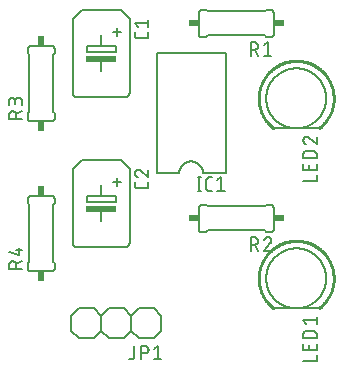
<source format=gbr>
G04 EAGLE Gerber X2 export*
%TF.Part,Single*%
%TF.FileFunction,Legend,Top,1*%
%TF.FilePolarity,Positive*%
%TF.GenerationSoftware,Autodesk,EAGLE,8.6.1*%
%TF.CreationDate,2018-02-10T19:35:33Z*%
G75*
%MOMM*%
%FSLAX34Y34*%
%LPD*%
%AMOC8*
5,1,8,0,0,1.08239X$1,22.5*%
G01*
%ADD10C,0.152400*%
%ADD11C,0.127000*%
%ADD12R,2.540000X0.508000*%
%ADD13C,0.203200*%
%ADD14C,0.254000*%
%ADD15R,0.863600X0.609600*%
%ADD16R,0.609600X0.863600*%


D10*
X468630Y576580D02*
X468630Y638810D01*
X464820Y572770D02*
X424180Y572770D01*
X420370Y576580D02*
X420370Y638810D01*
X461010Y646430D02*
X468630Y638810D01*
X461264Y627380D02*
X454914Y627380D01*
X458216Y624078D02*
X458216Y630682D01*
X444500Y624840D02*
X444500Y615950D01*
X432308Y615950D01*
X432308Y610870D01*
X456692Y610870D01*
X456692Y615950D01*
X444500Y615950D01*
X444500Y603250D02*
X444500Y594360D01*
X420370Y638810D02*
X427990Y646430D01*
X461010Y646430D01*
X468630Y576580D02*
X468628Y576458D01*
X468622Y576336D01*
X468612Y576214D01*
X468599Y576093D01*
X468581Y575972D01*
X468560Y575852D01*
X468534Y575732D01*
X468505Y575614D01*
X468473Y575496D01*
X468436Y575379D01*
X468396Y575264D01*
X468352Y575150D01*
X468304Y575038D01*
X468253Y574927D01*
X468198Y574818D01*
X468140Y574710D01*
X468078Y574605D01*
X468013Y574502D01*
X467945Y574400D01*
X467873Y574301D01*
X467799Y574205D01*
X467721Y574110D01*
X467640Y574019D01*
X467557Y573929D01*
X467471Y573843D01*
X467381Y573760D01*
X467290Y573679D01*
X467195Y573601D01*
X467099Y573527D01*
X467000Y573455D01*
X466898Y573387D01*
X466795Y573322D01*
X466690Y573260D01*
X466582Y573202D01*
X466473Y573147D01*
X466362Y573096D01*
X466250Y573048D01*
X466136Y573004D01*
X466021Y572964D01*
X465904Y572927D01*
X465786Y572895D01*
X465668Y572866D01*
X465548Y572840D01*
X465428Y572819D01*
X465307Y572801D01*
X465186Y572788D01*
X465064Y572778D01*
X464942Y572772D01*
X464820Y572770D01*
X424180Y572770D02*
X424058Y572772D01*
X423936Y572778D01*
X423814Y572788D01*
X423693Y572801D01*
X423572Y572819D01*
X423452Y572840D01*
X423332Y572866D01*
X423214Y572895D01*
X423096Y572927D01*
X422979Y572964D01*
X422864Y573004D01*
X422750Y573048D01*
X422638Y573096D01*
X422527Y573147D01*
X422418Y573202D01*
X422310Y573260D01*
X422205Y573322D01*
X422102Y573387D01*
X422000Y573455D01*
X421901Y573527D01*
X421805Y573601D01*
X421710Y573679D01*
X421619Y573760D01*
X421529Y573843D01*
X421443Y573929D01*
X421360Y574019D01*
X421279Y574110D01*
X421201Y574205D01*
X421127Y574301D01*
X421055Y574400D01*
X420987Y574502D01*
X420922Y574605D01*
X420860Y574710D01*
X420802Y574818D01*
X420747Y574927D01*
X420696Y575038D01*
X420648Y575150D01*
X420604Y575264D01*
X420564Y575379D01*
X420527Y575496D01*
X420495Y575614D01*
X420466Y575732D01*
X420440Y575852D01*
X420419Y575972D01*
X420401Y576093D01*
X420388Y576214D01*
X420378Y576336D01*
X420372Y576458D01*
X420370Y576580D01*
D11*
X484505Y624803D02*
X484505Y627343D01*
X484505Y624803D02*
X484503Y624703D01*
X484497Y624604D01*
X484487Y624504D01*
X484474Y624406D01*
X484456Y624307D01*
X484435Y624210D01*
X484410Y624114D01*
X484381Y624018D01*
X484348Y623924D01*
X484312Y623831D01*
X484272Y623740D01*
X484228Y623650D01*
X484181Y623562D01*
X484131Y623476D01*
X484077Y623392D01*
X484020Y623310D01*
X483960Y623231D01*
X483896Y623153D01*
X483830Y623079D01*
X483761Y623007D01*
X483689Y622938D01*
X483615Y622872D01*
X483537Y622808D01*
X483458Y622748D01*
X483376Y622691D01*
X483292Y622637D01*
X483206Y622587D01*
X483118Y622540D01*
X483028Y622496D01*
X482937Y622456D01*
X482844Y622420D01*
X482750Y622387D01*
X482654Y622358D01*
X482558Y622333D01*
X482461Y622312D01*
X482362Y622294D01*
X482264Y622281D01*
X482164Y622271D01*
X482065Y622265D01*
X481965Y622263D01*
X475615Y622263D01*
X475515Y622265D01*
X475416Y622271D01*
X475316Y622281D01*
X475218Y622294D01*
X475119Y622312D01*
X475022Y622333D01*
X474926Y622358D01*
X474830Y622387D01*
X474736Y622420D01*
X474643Y622456D01*
X474552Y622496D01*
X474462Y622540D01*
X474374Y622587D01*
X474288Y622637D01*
X474204Y622691D01*
X474122Y622748D01*
X474043Y622808D01*
X473965Y622872D01*
X473891Y622938D01*
X473819Y623007D01*
X473750Y623079D01*
X473684Y623153D01*
X473620Y623231D01*
X473560Y623310D01*
X473503Y623392D01*
X473449Y623476D01*
X473399Y623562D01*
X473352Y623650D01*
X473308Y623740D01*
X473268Y623831D01*
X473232Y623924D01*
X473199Y624018D01*
X473170Y624114D01*
X473145Y624210D01*
X473124Y624307D01*
X473106Y624406D01*
X473093Y624504D01*
X473083Y624604D01*
X473077Y624703D01*
X473075Y624803D01*
X473075Y627343D01*
X475615Y631825D02*
X473075Y635000D01*
X484505Y635000D01*
X484505Y631825D02*
X484505Y638175D01*
D12*
X444500Y604520D03*
D10*
X468630Y511810D02*
X468630Y449580D01*
X464820Y445770D02*
X424180Y445770D01*
X420370Y449580D02*
X420370Y511810D01*
X461010Y519430D02*
X468630Y511810D01*
X461264Y500380D02*
X454914Y500380D01*
X458216Y497078D02*
X458216Y503682D01*
X444500Y497840D02*
X444500Y488950D01*
X432308Y488950D01*
X432308Y483870D01*
X456692Y483870D01*
X456692Y488950D01*
X444500Y488950D01*
X444500Y476250D02*
X444500Y467360D01*
X420370Y511810D02*
X427990Y519430D01*
X461010Y519430D01*
X468630Y449580D02*
X468628Y449458D01*
X468622Y449336D01*
X468612Y449214D01*
X468599Y449093D01*
X468581Y448972D01*
X468560Y448852D01*
X468534Y448732D01*
X468505Y448614D01*
X468473Y448496D01*
X468436Y448379D01*
X468396Y448264D01*
X468352Y448150D01*
X468304Y448038D01*
X468253Y447927D01*
X468198Y447818D01*
X468140Y447710D01*
X468078Y447605D01*
X468013Y447502D01*
X467945Y447400D01*
X467873Y447301D01*
X467799Y447205D01*
X467721Y447110D01*
X467640Y447019D01*
X467557Y446929D01*
X467471Y446843D01*
X467381Y446760D01*
X467290Y446679D01*
X467195Y446601D01*
X467099Y446527D01*
X467000Y446455D01*
X466898Y446387D01*
X466795Y446322D01*
X466690Y446260D01*
X466582Y446202D01*
X466473Y446147D01*
X466362Y446096D01*
X466250Y446048D01*
X466136Y446004D01*
X466021Y445964D01*
X465904Y445927D01*
X465786Y445895D01*
X465668Y445866D01*
X465548Y445840D01*
X465428Y445819D01*
X465307Y445801D01*
X465186Y445788D01*
X465064Y445778D01*
X464942Y445772D01*
X464820Y445770D01*
X424180Y445770D02*
X424058Y445772D01*
X423936Y445778D01*
X423814Y445788D01*
X423693Y445801D01*
X423572Y445819D01*
X423452Y445840D01*
X423332Y445866D01*
X423214Y445895D01*
X423096Y445927D01*
X422979Y445964D01*
X422864Y446004D01*
X422750Y446048D01*
X422638Y446096D01*
X422527Y446147D01*
X422418Y446202D01*
X422310Y446260D01*
X422205Y446322D01*
X422102Y446387D01*
X422000Y446455D01*
X421901Y446527D01*
X421805Y446601D01*
X421710Y446679D01*
X421619Y446760D01*
X421529Y446843D01*
X421443Y446929D01*
X421360Y447019D01*
X421279Y447110D01*
X421201Y447205D01*
X421127Y447301D01*
X421055Y447400D01*
X420987Y447502D01*
X420922Y447605D01*
X420860Y447710D01*
X420802Y447818D01*
X420747Y447927D01*
X420696Y448038D01*
X420648Y448150D01*
X420604Y448264D01*
X420564Y448379D01*
X420527Y448496D01*
X420495Y448614D01*
X420466Y448732D01*
X420440Y448852D01*
X420419Y448972D01*
X420401Y449093D01*
X420388Y449214D01*
X420378Y449336D01*
X420372Y449458D01*
X420370Y449580D01*
D11*
X484505Y497803D02*
X484505Y500343D01*
X484505Y497803D02*
X484503Y497703D01*
X484497Y497604D01*
X484487Y497504D01*
X484474Y497406D01*
X484456Y497307D01*
X484435Y497210D01*
X484410Y497114D01*
X484381Y497018D01*
X484348Y496924D01*
X484312Y496831D01*
X484272Y496740D01*
X484228Y496650D01*
X484181Y496562D01*
X484131Y496476D01*
X484077Y496392D01*
X484020Y496310D01*
X483960Y496231D01*
X483896Y496153D01*
X483830Y496079D01*
X483761Y496007D01*
X483689Y495938D01*
X483615Y495872D01*
X483537Y495808D01*
X483458Y495748D01*
X483376Y495691D01*
X483292Y495637D01*
X483206Y495587D01*
X483118Y495540D01*
X483028Y495496D01*
X482937Y495456D01*
X482844Y495420D01*
X482750Y495387D01*
X482654Y495358D01*
X482558Y495333D01*
X482461Y495312D01*
X482362Y495294D01*
X482264Y495281D01*
X482164Y495271D01*
X482065Y495265D01*
X481965Y495263D01*
X475615Y495263D01*
X475515Y495265D01*
X475416Y495271D01*
X475316Y495281D01*
X475218Y495294D01*
X475119Y495312D01*
X475022Y495333D01*
X474926Y495358D01*
X474830Y495387D01*
X474736Y495420D01*
X474643Y495456D01*
X474552Y495496D01*
X474462Y495540D01*
X474374Y495587D01*
X474288Y495637D01*
X474204Y495691D01*
X474122Y495748D01*
X474043Y495808D01*
X473965Y495872D01*
X473891Y495938D01*
X473819Y496007D01*
X473750Y496079D01*
X473684Y496153D01*
X473620Y496231D01*
X473560Y496310D01*
X473503Y496392D01*
X473449Y496476D01*
X473399Y496562D01*
X473352Y496650D01*
X473308Y496740D01*
X473268Y496831D01*
X473232Y496924D01*
X473199Y497018D01*
X473170Y497114D01*
X473145Y497210D01*
X473124Y497307D01*
X473106Y497406D01*
X473093Y497504D01*
X473083Y497604D01*
X473077Y497703D01*
X473075Y497803D01*
X473075Y500343D01*
X473075Y508318D02*
X473077Y508422D01*
X473083Y508527D01*
X473092Y508631D01*
X473105Y508734D01*
X473123Y508837D01*
X473143Y508939D01*
X473168Y509041D01*
X473196Y509141D01*
X473228Y509241D01*
X473264Y509339D01*
X473303Y509436D01*
X473345Y509531D01*
X473391Y509625D01*
X473441Y509717D01*
X473493Y509807D01*
X473549Y509895D01*
X473609Y509981D01*
X473671Y510065D01*
X473736Y510146D01*
X473804Y510225D01*
X473876Y510302D01*
X473949Y510375D01*
X474026Y510447D01*
X474105Y510515D01*
X474186Y510580D01*
X474270Y510642D01*
X474356Y510702D01*
X474444Y510758D01*
X474534Y510810D01*
X474626Y510860D01*
X474720Y510906D01*
X474815Y510948D01*
X474912Y510987D01*
X475010Y511023D01*
X475110Y511055D01*
X475210Y511083D01*
X475312Y511108D01*
X475414Y511128D01*
X475517Y511146D01*
X475620Y511159D01*
X475724Y511168D01*
X475829Y511174D01*
X475933Y511176D01*
X473075Y508318D02*
X473077Y508200D01*
X473083Y508081D01*
X473092Y507963D01*
X473105Y507846D01*
X473123Y507729D01*
X473143Y507612D01*
X473168Y507496D01*
X473196Y507381D01*
X473229Y507268D01*
X473264Y507155D01*
X473304Y507043D01*
X473346Y506933D01*
X473393Y506824D01*
X473443Y506716D01*
X473496Y506611D01*
X473553Y506507D01*
X473613Y506405D01*
X473676Y506305D01*
X473743Y506207D01*
X473812Y506111D01*
X473885Y506018D01*
X473961Y505927D01*
X474039Y505838D01*
X474121Y505752D01*
X474205Y505669D01*
X474291Y505588D01*
X474381Y505511D01*
X474472Y505436D01*
X474566Y505364D01*
X474663Y505295D01*
X474761Y505230D01*
X474862Y505167D01*
X474965Y505108D01*
X475069Y505052D01*
X475175Y505000D01*
X475283Y504951D01*
X475392Y504906D01*
X475503Y504864D01*
X475615Y504826D01*
X478155Y510223D02*
X478080Y510299D01*
X478001Y510374D01*
X477920Y510445D01*
X477836Y510514D01*
X477750Y510579D01*
X477662Y510641D01*
X477572Y510701D01*
X477480Y510757D01*
X477385Y510810D01*
X477289Y510859D01*
X477191Y510905D01*
X477092Y510948D01*
X476991Y510987D01*
X476889Y511022D01*
X476786Y511054D01*
X476682Y511082D01*
X476577Y511107D01*
X476470Y511128D01*
X476364Y511145D01*
X476257Y511158D01*
X476149Y511167D01*
X476041Y511173D01*
X475933Y511175D01*
X478155Y510223D02*
X484505Y504825D01*
X484505Y511175D01*
D12*
X444500Y477520D03*
D10*
X491490Y508000D02*
X491490Y609600D01*
X549910Y609600D02*
X549910Y508000D01*
X549910Y609600D02*
X491490Y609600D01*
X491490Y508000D02*
X510540Y508000D01*
X530860Y508000D02*
X549910Y508000D01*
X530860Y508000D02*
X530857Y508247D01*
X530848Y508495D01*
X530833Y508742D01*
X530812Y508988D01*
X530785Y509234D01*
X530752Y509479D01*
X530713Y509724D01*
X530668Y509967D01*
X530617Y510209D01*
X530560Y510450D01*
X530498Y510689D01*
X530429Y510927D01*
X530355Y511163D01*
X530275Y511397D01*
X530190Y511629D01*
X530098Y511859D01*
X530002Y512087D01*
X529899Y512312D01*
X529792Y512535D01*
X529678Y512755D01*
X529560Y512972D01*
X529436Y513187D01*
X529307Y513398D01*
X529173Y513606D01*
X529034Y513811D01*
X528890Y514012D01*
X528742Y514210D01*
X528588Y514404D01*
X528430Y514594D01*
X528267Y514780D01*
X528100Y514962D01*
X527928Y515140D01*
X527752Y515314D01*
X527572Y515484D01*
X527387Y515649D01*
X527199Y515809D01*
X527007Y515965D01*
X526811Y516117D01*
X526612Y516263D01*
X526409Y516405D01*
X526202Y516541D01*
X525993Y516673D01*
X525780Y516799D01*
X525564Y516920D01*
X525346Y517036D01*
X525124Y517146D01*
X524900Y517251D01*
X524674Y517351D01*
X524445Y517445D01*
X524214Y517533D01*
X523980Y517616D01*
X523745Y517693D01*
X523508Y517764D01*
X523270Y517830D01*
X523030Y517889D01*
X522788Y517943D01*
X522545Y517991D01*
X522302Y518033D01*
X522057Y518069D01*
X521811Y518099D01*
X521565Y518123D01*
X521318Y518141D01*
X521071Y518153D01*
X520824Y518159D01*
X520576Y518159D01*
X520329Y518153D01*
X520082Y518141D01*
X519835Y518123D01*
X519589Y518099D01*
X519343Y518069D01*
X519098Y518033D01*
X518855Y517991D01*
X518612Y517943D01*
X518370Y517889D01*
X518130Y517830D01*
X517892Y517764D01*
X517655Y517693D01*
X517420Y517616D01*
X517186Y517533D01*
X516955Y517445D01*
X516726Y517351D01*
X516500Y517251D01*
X516276Y517146D01*
X516054Y517036D01*
X515836Y516920D01*
X515620Y516799D01*
X515407Y516673D01*
X515198Y516541D01*
X514991Y516405D01*
X514788Y516263D01*
X514589Y516117D01*
X514393Y515965D01*
X514201Y515809D01*
X514013Y515649D01*
X513828Y515484D01*
X513648Y515314D01*
X513472Y515140D01*
X513300Y514962D01*
X513133Y514780D01*
X512970Y514594D01*
X512812Y514404D01*
X512658Y514210D01*
X512510Y514012D01*
X512366Y513811D01*
X512227Y513606D01*
X512093Y513398D01*
X511964Y513187D01*
X511840Y512972D01*
X511722Y512755D01*
X511608Y512535D01*
X511501Y512312D01*
X511398Y512087D01*
X511302Y511859D01*
X511210Y511629D01*
X511125Y511397D01*
X511045Y511163D01*
X510971Y510927D01*
X510902Y510689D01*
X510840Y510450D01*
X510783Y510209D01*
X510732Y509967D01*
X510687Y509724D01*
X510648Y509479D01*
X510615Y509234D01*
X510588Y508988D01*
X510567Y508742D01*
X510552Y508495D01*
X510543Y508247D01*
X510540Y508000D01*
D11*
X527431Y504825D02*
X527431Y493395D01*
X526161Y493395D02*
X528701Y493395D01*
X528701Y504825D02*
X526161Y504825D01*
X535903Y493395D02*
X538443Y493395D01*
X535903Y493395D02*
X535803Y493397D01*
X535704Y493403D01*
X535604Y493413D01*
X535506Y493426D01*
X535407Y493444D01*
X535310Y493465D01*
X535214Y493490D01*
X535118Y493519D01*
X535024Y493552D01*
X534931Y493588D01*
X534840Y493628D01*
X534750Y493672D01*
X534662Y493719D01*
X534576Y493769D01*
X534492Y493823D01*
X534410Y493880D01*
X534331Y493940D01*
X534253Y494004D01*
X534179Y494070D01*
X534107Y494139D01*
X534038Y494211D01*
X533972Y494285D01*
X533908Y494363D01*
X533848Y494442D01*
X533791Y494524D01*
X533737Y494608D01*
X533687Y494694D01*
X533640Y494782D01*
X533596Y494872D01*
X533556Y494963D01*
X533520Y495056D01*
X533487Y495150D01*
X533458Y495246D01*
X533433Y495342D01*
X533412Y495439D01*
X533394Y495538D01*
X533381Y495636D01*
X533371Y495736D01*
X533365Y495835D01*
X533363Y495935D01*
X533363Y502285D01*
X533365Y502385D01*
X533371Y502484D01*
X533381Y502584D01*
X533394Y502682D01*
X533412Y502781D01*
X533433Y502878D01*
X533458Y502974D01*
X533487Y503070D01*
X533520Y503164D01*
X533556Y503257D01*
X533596Y503348D01*
X533640Y503438D01*
X533687Y503526D01*
X533737Y503612D01*
X533791Y503696D01*
X533848Y503778D01*
X533908Y503857D01*
X533972Y503935D01*
X534038Y504009D01*
X534107Y504081D01*
X534179Y504150D01*
X534253Y504216D01*
X534331Y504280D01*
X534410Y504340D01*
X534492Y504397D01*
X534576Y504451D01*
X534662Y504501D01*
X534750Y504548D01*
X534840Y504592D01*
X534931Y504632D01*
X535024Y504668D01*
X535118Y504701D01*
X535214Y504730D01*
X535310Y504755D01*
X535407Y504776D01*
X535506Y504794D01*
X535604Y504807D01*
X535704Y504817D01*
X535803Y504823D01*
X535903Y504825D01*
X538443Y504825D01*
X542925Y502285D02*
X546100Y504825D01*
X546100Y493395D01*
X542925Y493395D02*
X549275Y493395D01*
D10*
X488950Y368300D02*
X476250Y368300D01*
X469900Y374650D01*
X469900Y387350D01*
X476250Y393700D01*
X469900Y374650D02*
X463550Y368300D01*
X450850Y368300D01*
X444500Y374650D01*
X444500Y387350D01*
X450850Y393700D01*
X463550Y393700D01*
X469900Y387350D01*
X495300Y387350D02*
X495300Y374650D01*
X488950Y368300D01*
X495300Y387350D02*
X488950Y393700D01*
X476250Y393700D01*
X444500Y374650D02*
X438150Y368300D01*
X425450Y368300D01*
X419100Y374650D01*
X419100Y387350D01*
X425450Y393700D01*
X438150Y393700D01*
X444500Y387350D01*
D11*
X472238Y362077D02*
X472238Y353187D01*
X472236Y353087D01*
X472230Y352988D01*
X472220Y352888D01*
X472207Y352790D01*
X472189Y352691D01*
X472168Y352594D01*
X472143Y352498D01*
X472114Y352402D01*
X472081Y352308D01*
X472045Y352215D01*
X472005Y352124D01*
X471961Y352034D01*
X471914Y351946D01*
X471864Y351860D01*
X471810Y351776D01*
X471753Y351694D01*
X471693Y351615D01*
X471629Y351537D01*
X471563Y351463D01*
X471494Y351391D01*
X471422Y351322D01*
X471348Y351256D01*
X471270Y351192D01*
X471191Y351132D01*
X471109Y351075D01*
X471025Y351021D01*
X470939Y350971D01*
X470851Y350924D01*
X470761Y350880D01*
X470670Y350840D01*
X470577Y350804D01*
X470483Y350771D01*
X470387Y350742D01*
X470291Y350717D01*
X470194Y350696D01*
X470095Y350678D01*
X469997Y350665D01*
X469897Y350655D01*
X469798Y350649D01*
X469698Y350647D01*
X468428Y350647D01*
X478219Y350647D02*
X478219Y362077D01*
X481394Y362077D01*
X481505Y362075D01*
X481615Y362069D01*
X481726Y362060D01*
X481836Y362046D01*
X481945Y362029D01*
X482054Y362008D01*
X482162Y361983D01*
X482269Y361954D01*
X482375Y361922D01*
X482480Y361886D01*
X482583Y361846D01*
X482685Y361803D01*
X482786Y361756D01*
X482885Y361705D01*
X482982Y361652D01*
X483076Y361595D01*
X483169Y361534D01*
X483260Y361471D01*
X483349Y361404D01*
X483435Y361334D01*
X483518Y361261D01*
X483600Y361186D01*
X483678Y361108D01*
X483753Y361026D01*
X483826Y360943D01*
X483896Y360857D01*
X483963Y360768D01*
X484026Y360677D01*
X484087Y360584D01*
X484144Y360489D01*
X484197Y360393D01*
X484248Y360294D01*
X484295Y360193D01*
X484338Y360091D01*
X484378Y359988D01*
X484414Y359883D01*
X484446Y359777D01*
X484475Y359670D01*
X484500Y359562D01*
X484521Y359453D01*
X484538Y359344D01*
X484552Y359234D01*
X484561Y359123D01*
X484567Y359013D01*
X484569Y358902D01*
X484567Y358791D01*
X484561Y358681D01*
X484552Y358570D01*
X484538Y358460D01*
X484521Y358351D01*
X484500Y358242D01*
X484475Y358134D01*
X484446Y358027D01*
X484414Y357921D01*
X484378Y357816D01*
X484338Y357713D01*
X484295Y357611D01*
X484248Y357510D01*
X484197Y357411D01*
X484144Y357314D01*
X484087Y357220D01*
X484026Y357127D01*
X483963Y357036D01*
X483896Y356947D01*
X483826Y356861D01*
X483753Y356778D01*
X483678Y356696D01*
X483600Y356618D01*
X483518Y356543D01*
X483435Y356470D01*
X483349Y356400D01*
X483260Y356333D01*
X483169Y356270D01*
X483076Y356209D01*
X482982Y356152D01*
X482885Y356099D01*
X482786Y356048D01*
X482685Y356001D01*
X482583Y355958D01*
X482480Y355918D01*
X482375Y355882D01*
X482269Y355850D01*
X482162Y355821D01*
X482054Y355796D01*
X481945Y355775D01*
X481836Y355758D01*
X481726Y355744D01*
X481615Y355735D01*
X481505Y355729D01*
X481394Y355727D01*
X478219Y355727D01*
X489077Y359537D02*
X492252Y362077D01*
X492252Y350647D01*
X489077Y350647D02*
X495427Y350647D01*
D13*
X590550Y393700D02*
X628650Y393700D01*
D14*
X629266Y394174D01*
X629871Y394663D01*
X630463Y395167D01*
X631043Y395685D01*
X631610Y396217D01*
X632164Y396763D01*
X632704Y397322D01*
X633230Y397895D01*
X633743Y398480D01*
X634240Y399077D01*
X634723Y399686D01*
X635191Y400307D01*
X635644Y400940D01*
X636081Y401583D01*
X636502Y402237D01*
X636906Y402901D01*
X637295Y403574D01*
X637667Y404257D01*
X638022Y404949D01*
X638360Y405649D01*
X638681Y406357D01*
X638984Y407073D01*
X639270Y407797D01*
X639538Y408526D01*
X639788Y409263D01*
X640019Y410005D01*
X640233Y410753D01*
X640428Y411505D01*
X640605Y412263D01*
X640763Y413024D01*
X640903Y413789D01*
X641023Y414557D01*
X641125Y415328D01*
X641208Y416101D01*
X641272Y416876D01*
X641317Y417652D01*
X641343Y418429D01*
X641350Y419207D01*
X641338Y419984D01*
X641307Y420761D01*
X641256Y421537D01*
X641187Y422312D01*
X641099Y423084D01*
X640992Y423854D01*
X640866Y424622D01*
X640722Y425386D01*
X640558Y426146D01*
X640376Y426902D01*
X640176Y427653D01*
X639958Y428400D01*
X639721Y429140D01*
X639466Y429875D01*
X639193Y430603D01*
X638902Y431324D01*
X638594Y432038D01*
X638269Y432744D01*
X637926Y433442D01*
X637566Y434132D01*
X637190Y434812D01*
X636797Y435483D01*
X636387Y436144D01*
X635962Y436795D01*
X635521Y437435D01*
X635064Y438064D01*
X634592Y438682D01*
X634105Y439288D01*
X633603Y439882D01*
X633087Y440464D01*
X632557Y441033D01*
X632013Y441588D01*
X631455Y442131D01*
X630885Y442659D01*
X630302Y443173D01*
X629706Y443673D01*
X629098Y444158D01*
X628479Y444628D01*
X627848Y445082D01*
X627206Y445521D01*
X626554Y445945D01*
X625891Y446352D01*
X625219Y446743D01*
X624537Y447117D01*
X623847Y447474D01*
X623148Y447814D01*
X622440Y448138D01*
X621726Y448443D01*
X621003Y448732D01*
X620274Y449002D01*
X619539Y449254D01*
X618797Y449489D01*
X618050Y449705D01*
X617298Y449903D01*
X616542Y450082D01*
X615781Y450243D01*
X615017Y450385D01*
X614249Y450508D01*
X613478Y450612D01*
X612705Y450698D01*
X611931Y450764D01*
X611155Y450812D01*
X610378Y450840D01*
X609600Y450850D01*
X608822Y450840D01*
X608045Y450812D01*
X607269Y450764D01*
X606495Y450698D01*
X605722Y450612D01*
X604951Y450508D01*
X604183Y450385D01*
X603419Y450243D01*
X602658Y450082D01*
X601902Y449903D01*
X601150Y449705D01*
X600403Y449489D01*
X599661Y449254D01*
X598926Y449002D01*
X598197Y448732D01*
X597474Y448443D01*
X596760Y448138D01*
X596052Y447814D01*
X595353Y447474D01*
X594663Y447117D01*
X593981Y446743D01*
X593309Y446352D01*
X592646Y445945D01*
X591994Y445521D01*
X591352Y445082D01*
X590721Y444628D01*
X590102Y444158D01*
X589494Y443673D01*
X588898Y443173D01*
X588315Y442659D01*
X587745Y442131D01*
X587187Y441588D01*
X586643Y441033D01*
X586113Y440464D01*
X585597Y439882D01*
X585095Y439288D01*
X584608Y438682D01*
X584136Y438064D01*
X583679Y437435D01*
X583238Y436795D01*
X582813Y436144D01*
X582403Y435483D01*
X582010Y434812D01*
X581634Y434132D01*
X581274Y433442D01*
X580931Y432744D01*
X580606Y432038D01*
X580298Y431324D01*
X580007Y430603D01*
X579734Y429875D01*
X579479Y429140D01*
X579242Y428400D01*
X579024Y427653D01*
X578824Y426902D01*
X578642Y426146D01*
X578478Y425386D01*
X578334Y424622D01*
X578208Y423854D01*
X578101Y423084D01*
X578013Y422312D01*
X577944Y421537D01*
X577893Y420761D01*
X577862Y419984D01*
X577850Y419207D01*
X577857Y418429D01*
X577883Y417652D01*
X577928Y416876D01*
X577992Y416101D01*
X578075Y415328D01*
X578177Y414557D01*
X578297Y413789D01*
X578437Y413024D01*
X578595Y412263D01*
X578772Y411505D01*
X578967Y410753D01*
X579181Y410005D01*
X579412Y409263D01*
X579662Y408526D01*
X579930Y407797D01*
X580216Y407073D01*
X580519Y406357D01*
X580840Y405649D01*
X581178Y404949D01*
X581533Y404257D01*
X581905Y403574D01*
X582294Y402901D01*
X582698Y402237D01*
X583119Y401583D01*
X583556Y400940D01*
X584009Y400307D01*
X584477Y399686D01*
X584960Y399077D01*
X585457Y398480D01*
X585970Y397895D01*
X586496Y397322D01*
X587036Y396763D01*
X587590Y396217D01*
X588157Y395685D01*
X588737Y395167D01*
X589329Y394663D01*
X589934Y394174D01*
X590550Y393700D01*
D10*
X584200Y419100D02*
X584208Y419723D01*
X584231Y420346D01*
X584269Y420969D01*
X584322Y421590D01*
X584391Y422209D01*
X584475Y422827D01*
X584574Y423442D01*
X584688Y424055D01*
X584817Y424665D01*
X584961Y425272D01*
X585120Y425875D01*
X585294Y426473D01*
X585482Y427068D01*
X585685Y427657D01*
X585902Y428241D01*
X586133Y428820D01*
X586379Y429393D01*
X586639Y429960D01*
X586912Y430520D01*
X587199Y431073D01*
X587500Y431620D01*
X587814Y432158D01*
X588141Y432689D01*
X588481Y433211D01*
X588833Y433726D01*
X589199Y434231D01*
X589576Y434727D01*
X589966Y435214D01*
X590367Y435691D01*
X590780Y436158D01*
X591204Y436614D01*
X591639Y437061D01*
X592086Y437496D01*
X592542Y437920D01*
X593009Y438333D01*
X593486Y438734D01*
X593973Y439124D01*
X594469Y439501D01*
X594974Y439867D01*
X595489Y440219D01*
X596011Y440559D01*
X596542Y440886D01*
X597080Y441200D01*
X597627Y441501D01*
X598180Y441788D01*
X598740Y442061D01*
X599307Y442321D01*
X599880Y442567D01*
X600459Y442798D01*
X601043Y443015D01*
X601632Y443218D01*
X602227Y443406D01*
X602825Y443580D01*
X603428Y443739D01*
X604035Y443883D01*
X604645Y444012D01*
X605258Y444126D01*
X605873Y444225D01*
X606491Y444309D01*
X607110Y444378D01*
X607731Y444431D01*
X608354Y444469D01*
X608977Y444492D01*
X609600Y444500D01*
X610223Y444492D01*
X610846Y444469D01*
X611469Y444431D01*
X612090Y444378D01*
X612709Y444309D01*
X613327Y444225D01*
X613942Y444126D01*
X614555Y444012D01*
X615165Y443883D01*
X615772Y443739D01*
X616375Y443580D01*
X616973Y443406D01*
X617568Y443218D01*
X618157Y443015D01*
X618741Y442798D01*
X619320Y442567D01*
X619893Y442321D01*
X620460Y442061D01*
X621020Y441788D01*
X621573Y441501D01*
X622120Y441200D01*
X622658Y440886D01*
X623189Y440559D01*
X623711Y440219D01*
X624226Y439867D01*
X624731Y439501D01*
X625227Y439124D01*
X625714Y438734D01*
X626191Y438333D01*
X626658Y437920D01*
X627114Y437496D01*
X627561Y437061D01*
X627996Y436614D01*
X628420Y436158D01*
X628833Y435691D01*
X629234Y435214D01*
X629624Y434727D01*
X630001Y434231D01*
X630367Y433726D01*
X630719Y433211D01*
X631059Y432689D01*
X631386Y432158D01*
X631700Y431620D01*
X632001Y431073D01*
X632288Y430520D01*
X632561Y429960D01*
X632821Y429393D01*
X633067Y428820D01*
X633298Y428241D01*
X633515Y427657D01*
X633718Y427068D01*
X633906Y426473D01*
X634080Y425875D01*
X634239Y425272D01*
X634383Y424665D01*
X634512Y424055D01*
X634626Y423442D01*
X634725Y422827D01*
X634809Y422209D01*
X634878Y421590D01*
X634931Y420969D01*
X634969Y420346D01*
X634992Y419723D01*
X635000Y419100D01*
X634992Y418477D01*
X634969Y417854D01*
X634931Y417231D01*
X634878Y416610D01*
X634809Y415991D01*
X634725Y415373D01*
X634626Y414758D01*
X634512Y414145D01*
X634383Y413535D01*
X634239Y412928D01*
X634080Y412325D01*
X633906Y411727D01*
X633718Y411132D01*
X633515Y410543D01*
X633298Y409959D01*
X633067Y409380D01*
X632821Y408807D01*
X632561Y408240D01*
X632288Y407680D01*
X632001Y407127D01*
X631700Y406580D01*
X631386Y406042D01*
X631059Y405511D01*
X630719Y404989D01*
X630367Y404474D01*
X630001Y403969D01*
X629624Y403473D01*
X629234Y402986D01*
X628833Y402509D01*
X628420Y402042D01*
X627996Y401586D01*
X627561Y401139D01*
X627114Y400704D01*
X626658Y400280D01*
X626191Y399867D01*
X625714Y399466D01*
X625227Y399076D01*
X624731Y398699D01*
X624226Y398333D01*
X623711Y397981D01*
X623189Y397641D01*
X622658Y397314D01*
X622120Y397000D01*
X621573Y396699D01*
X621020Y396412D01*
X620460Y396139D01*
X619893Y395879D01*
X619320Y395633D01*
X618741Y395402D01*
X618157Y395185D01*
X617568Y394982D01*
X616973Y394794D01*
X616375Y394620D01*
X615772Y394461D01*
X615165Y394317D01*
X614555Y394188D01*
X613942Y394074D01*
X613327Y393975D01*
X612709Y393891D01*
X612090Y393822D01*
X611469Y393769D01*
X610846Y393731D01*
X610223Y393708D01*
X609600Y393700D01*
X608977Y393708D01*
X608354Y393731D01*
X607731Y393769D01*
X607110Y393822D01*
X606491Y393891D01*
X605873Y393975D01*
X605258Y394074D01*
X604645Y394188D01*
X604035Y394317D01*
X603428Y394461D01*
X602825Y394620D01*
X602227Y394794D01*
X601632Y394982D01*
X601043Y395185D01*
X600459Y395402D01*
X599880Y395633D01*
X599307Y395879D01*
X598740Y396139D01*
X598180Y396412D01*
X597627Y396699D01*
X597080Y397000D01*
X596542Y397314D01*
X596011Y397641D01*
X595489Y397981D01*
X594974Y398333D01*
X594469Y398699D01*
X593973Y399076D01*
X593486Y399466D01*
X593009Y399867D01*
X592542Y400280D01*
X592086Y400704D01*
X591639Y401139D01*
X591204Y401586D01*
X590780Y402042D01*
X590367Y402509D01*
X589966Y402986D01*
X589576Y403473D01*
X589199Y403969D01*
X588833Y404474D01*
X588481Y404989D01*
X588141Y405511D01*
X587814Y406042D01*
X587500Y406580D01*
X587199Y407127D01*
X586912Y407680D01*
X586639Y408240D01*
X586379Y408807D01*
X586133Y409380D01*
X585902Y409959D01*
X585685Y410543D01*
X585482Y411132D01*
X585294Y411727D01*
X585120Y412325D01*
X584961Y412928D01*
X584817Y413535D01*
X584688Y414145D01*
X584574Y414758D01*
X584475Y415373D01*
X584391Y415991D01*
X584322Y416610D01*
X584269Y417231D01*
X584231Y417854D01*
X584208Y418477D01*
X584200Y419100D01*
D11*
X615569Y348767D02*
X626999Y348767D01*
X626999Y353847D01*
X626999Y358673D02*
X626999Y363753D01*
X626999Y358673D02*
X615569Y358673D01*
X615569Y363753D01*
X620649Y362483D02*
X620649Y358673D01*
X615569Y368554D02*
X626999Y368554D01*
X615569Y368554D02*
X615569Y371729D01*
X615571Y371840D01*
X615577Y371950D01*
X615586Y372061D01*
X615600Y372171D01*
X615617Y372280D01*
X615638Y372389D01*
X615663Y372497D01*
X615692Y372604D01*
X615724Y372710D01*
X615760Y372815D01*
X615800Y372918D01*
X615843Y373020D01*
X615890Y373121D01*
X615941Y373220D01*
X615994Y373317D01*
X616051Y373411D01*
X616112Y373504D01*
X616175Y373595D01*
X616242Y373684D01*
X616312Y373770D01*
X616385Y373853D01*
X616460Y373935D01*
X616538Y374013D01*
X616620Y374088D01*
X616703Y374161D01*
X616789Y374231D01*
X616878Y374298D01*
X616969Y374361D01*
X617062Y374422D01*
X617157Y374479D01*
X617253Y374532D01*
X617352Y374583D01*
X617453Y374630D01*
X617555Y374673D01*
X617658Y374713D01*
X617763Y374749D01*
X617869Y374781D01*
X617976Y374810D01*
X618084Y374835D01*
X618193Y374856D01*
X618302Y374873D01*
X618412Y374887D01*
X618523Y374896D01*
X618633Y374902D01*
X618744Y374904D01*
X623824Y374904D01*
X623935Y374902D01*
X624045Y374896D01*
X624156Y374887D01*
X624266Y374873D01*
X624375Y374856D01*
X624484Y374835D01*
X624592Y374810D01*
X624699Y374781D01*
X624805Y374749D01*
X624910Y374713D01*
X625013Y374673D01*
X625115Y374630D01*
X625216Y374583D01*
X625315Y374532D01*
X625412Y374479D01*
X625506Y374422D01*
X625599Y374361D01*
X625690Y374298D01*
X625779Y374231D01*
X625865Y374161D01*
X625948Y374088D01*
X626030Y374013D01*
X626108Y373935D01*
X626183Y373853D01*
X626256Y373770D01*
X626326Y373684D01*
X626393Y373595D01*
X626456Y373504D01*
X626517Y373411D01*
X626574Y373317D01*
X626627Y373220D01*
X626678Y373121D01*
X626725Y373020D01*
X626768Y372918D01*
X626808Y372815D01*
X626844Y372710D01*
X626876Y372604D01*
X626905Y372497D01*
X626930Y372389D01*
X626951Y372280D01*
X626968Y372171D01*
X626982Y372061D01*
X626991Y371950D01*
X626997Y371840D01*
X626999Y371729D01*
X626999Y368554D01*
X618109Y380365D02*
X615569Y383540D01*
X626999Y383540D01*
X626999Y380365D02*
X626999Y386715D01*
D13*
X628650Y546100D02*
X590550Y546100D01*
D14*
X589934Y546574D01*
X589329Y547063D01*
X588737Y547567D01*
X588157Y548085D01*
X587590Y548617D01*
X587036Y549163D01*
X586496Y549722D01*
X585970Y550295D01*
X585457Y550880D01*
X584960Y551477D01*
X584477Y552086D01*
X584009Y552707D01*
X583556Y553340D01*
X583119Y553983D01*
X582698Y554637D01*
X582294Y555301D01*
X581905Y555974D01*
X581533Y556657D01*
X581178Y557349D01*
X580840Y558049D01*
X580519Y558757D01*
X580216Y559473D01*
X579930Y560197D01*
X579662Y560926D01*
X579412Y561663D01*
X579181Y562405D01*
X578967Y563153D01*
X578772Y563905D01*
X578595Y564663D01*
X578437Y565424D01*
X578297Y566189D01*
X578177Y566957D01*
X578075Y567728D01*
X577992Y568501D01*
X577928Y569276D01*
X577883Y570052D01*
X577857Y570829D01*
X577850Y571607D01*
X577862Y572384D01*
X577893Y573161D01*
X577944Y573937D01*
X578013Y574712D01*
X578101Y575484D01*
X578208Y576254D01*
X578334Y577022D01*
X578478Y577786D01*
X578642Y578546D01*
X578824Y579302D01*
X579024Y580053D01*
X579242Y580800D01*
X579479Y581540D01*
X579734Y582275D01*
X580007Y583003D01*
X580298Y583724D01*
X580606Y584438D01*
X580931Y585144D01*
X581274Y585842D01*
X581634Y586532D01*
X582010Y587212D01*
X582403Y587883D01*
X582813Y588544D01*
X583238Y589195D01*
X583679Y589835D01*
X584136Y590464D01*
X584608Y591082D01*
X585095Y591688D01*
X585597Y592282D01*
X586113Y592864D01*
X586643Y593433D01*
X587187Y593988D01*
X587745Y594531D01*
X588315Y595059D01*
X588898Y595573D01*
X589494Y596073D01*
X590102Y596558D01*
X590721Y597028D01*
X591352Y597482D01*
X591994Y597921D01*
X592646Y598345D01*
X593309Y598752D01*
X593981Y599143D01*
X594663Y599517D01*
X595353Y599874D01*
X596052Y600214D01*
X596760Y600538D01*
X597474Y600843D01*
X598197Y601132D01*
X598926Y601402D01*
X599661Y601654D01*
X600403Y601889D01*
X601150Y602105D01*
X601902Y602303D01*
X602658Y602482D01*
X603419Y602643D01*
X604183Y602785D01*
X604951Y602908D01*
X605722Y603012D01*
X606495Y603098D01*
X607269Y603164D01*
X608045Y603212D01*
X608822Y603240D01*
X609600Y603250D01*
X610378Y603240D01*
X611155Y603212D01*
X611931Y603164D01*
X612705Y603098D01*
X613478Y603012D01*
X614249Y602908D01*
X615017Y602785D01*
X615781Y602643D01*
X616542Y602482D01*
X617298Y602303D01*
X618050Y602105D01*
X618797Y601889D01*
X619539Y601654D01*
X620274Y601402D01*
X621003Y601132D01*
X621726Y600843D01*
X622440Y600538D01*
X623148Y600214D01*
X623847Y599874D01*
X624537Y599517D01*
X625219Y599143D01*
X625891Y598752D01*
X626554Y598345D01*
X627206Y597921D01*
X627848Y597482D01*
X628479Y597028D01*
X629098Y596558D01*
X629706Y596073D01*
X630302Y595573D01*
X630885Y595059D01*
X631455Y594531D01*
X632013Y593988D01*
X632557Y593433D01*
X633087Y592864D01*
X633603Y592282D01*
X634105Y591688D01*
X634592Y591082D01*
X635064Y590464D01*
X635521Y589835D01*
X635962Y589195D01*
X636387Y588544D01*
X636797Y587883D01*
X637190Y587212D01*
X637566Y586532D01*
X637926Y585842D01*
X638269Y585144D01*
X638594Y584438D01*
X638902Y583724D01*
X639193Y583003D01*
X639466Y582275D01*
X639721Y581540D01*
X639958Y580800D01*
X640176Y580053D01*
X640376Y579302D01*
X640558Y578546D01*
X640722Y577786D01*
X640866Y577022D01*
X640992Y576254D01*
X641099Y575484D01*
X641187Y574712D01*
X641256Y573937D01*
X641307Y573161D01*
X641338Y572384D01*
X641350Y571607D01*
X641343Y570829D01*
X641317Y570052D01*
X641272Y569276D01*
X641208Y568501D01*
X641125Y567728D01*
X641023Y566957D01*
X640903Y566189D01*
X640763Y565424D01*
X640605Y564663D01*
X640428Y563905D01*
X640233Y563153D01*
X640019Y562405D01*
X639788Y561663D01*
X639538Y560926D01*
X639270Y560197D01*
X638984Y559473D01*
X638681Y558757D01*
X638360Y558049D01*
X638022Y557349D01*
X637667Y556657D01*
X637295Y555974D01*
X636906Y555301D01*
X636502Y554637D01*
X636081Y553983D01*
X635644Y553340D01*
X635191Y552707D01*
X634723Y552086D01*
X634240Y551477D01*
X633743Y550880D01*
X633230Y550295D01*
X632704Y549722D01*
X632164Y549163D01*
X631610Y548617D01*
X631043Y548085D01*
X630463Y547567D01*
X629871Y547063D01*
X629266Y546574D01*
X628650Y546100D01*
D10*
X584200Y571500D02*
X584208Y572123D01*
X584231Y572746D01*
X584269Y573369D01*
X584322Y573990D01*
X584391Y574609D01*
X584475Y575227D01*
X584574Y575842D01*
X584688Y576455D01*
X584817Y577065D01*
X584961Y577672D01*
X585120Y578275D01*
X585294Y578873D01*
X585482Y579468D01*
X585685Y580057D01*
X585902Y580641D01*
X586133Y581220D01*
X586379Y581793D01*
X586639Y582360D01*
X586912Y582920D01*
X587199Y583473D01*
X587500Y584020D01*
X587814Y584558D01*
X588141Y585089D01*
X588481Y585611D01*
X588833Y586126D01*
X589199Y586631D01*
X589576Y587127D01*
X589966Y587614D01*
X590367Y588091D01*
X590780Y588558D01*
X591204Y589014D01*
X591639Y589461D01*
X592086Y589896D01*
X592542Y590320D01*
X593009Y590733D01*
X593486Y591134D01*
X593973Y591524D01*
X594469Y591901D01*
X594974Y592267D01*
X595489Y592619D01*
X596011Y592959D01*
X596542Y593286D01*
X597080Y593600D01*
X597627Y593901D01*
X598180Y594188D01*
X598740Y594461D01*
X599307Y594721D01*
X599880Y594967D01*
X600459Y595198D01*
X601043Y595415D01*
X601632Y595618D01*
X602227Y595806D01*
X602825Y595980D01*
X603428Y596139D01*
X604035Y596283D01*
X604645Y596412D01*
X605258Y596526D01*
X605873Y596625D01*
X606491Y596709D01*
X607110Y596778D01*
X607731Y596831D01*
X608354Y596869D01*
X608977Y596892D01*
X609600Y596900D01*
X610223Y596892D01*
X610846Y596869D01*
X611469Y596831D01*
X612090Y596778D01*
X612709Y596709D01*
X613327Y596625D01*
X613942Y596526D01*
X614555Y596412D01*
X615165Y596283D01*
X615772Y596139D01*
X616375Y595980D01*
X616973Y595806D01*
X617568Y595618D01*
X618157Y595415D01*
X618741Y595198D01*
X619320Y594967D01*
X619893Y594721D01*
X620460Y594461D01*
X621020Y594188D01*
X621573Y593901D01*
X622120Y593600D01*
X622658Y593286D01*
X623189Y592959D01*
X623711Y592619D01*
X624226Y592267D01*
X624731Y591901D01*
X625227Y591524D01*
X625714Y591134D01*
X626191Y590733D01*
X626658Y590320D01*
X627114Y589896D01*
X627561Y589461D01*
X627996Y589014D01*
X628420Y588558D01*
X628833Y588091D01*
X629234Y587614D01*
X629624Y587127D01*
X630001Y586631D01*
X630367Y586126D01*
X630719Y585611D01*
X631059Y585089D01*
X631386Y584558D01*
X631700Y584020D01*
X632001Y583473D01*
X632288Y582920D01*
X632561Y582360D01*
X632821Y581793D01*
X633067Y581220D01*
X633298Y580641D01*
X633515Y580057D01*
X633718Y579468D01*
X633906Y578873D01*
X634080Y578275D01*
X634239Y577672D01*
X634383Y577065D01*
X634512Y576455D01*
X634626Y575842D01*
X634725Y575227D01*
X634809Y574609D01*
X634878Y573990D01*
X634931Y573369D01*
X634969Y572746D01*
X634992Y572123D01*
X635000Y571500D01*
X634992Y570877D01*
X634969Y570254D01*
X634931Y569631D01*
X634878Y569010D01*
X634809Y568391D01*
X634725Y567773D01*
X634626Y567158D01*
X634512Y566545D01*
X634383Y565935D01*
X634239Y565328D01*
X634080Y564725D01*
X633906Y564127D01*
X633718Y563532D01*
X633515Y562943D01*
X633298Y562359D01*
X633067Y561780D01*
X632821Y561207D01*
X632561Y560640D01*
X632288Y560080D01*
X632001Y559527D01*
X631700Y558980D01*
X631386Y558442D01*
X631059Y557911D01*
X630719Y557389D01*
X630367Y556874D01*
X630001Y556369D01*
X629624Y555873D01*
X629234Y555386D01*
X628833Y554909D01*
X628420Y554442D01*
X627996Y553986D01*
X627561Y553539D01*
X627114Y553104D01*
X626658Y552680D01*
X626191Y552267D01*
X625714Y551866D01*
X625227Y551476D01*
X624731Y551099D01*
X624226Y550733D01*
X623711Y550381D01*
X623189Y550041D01*
X622658Y549714D01*
X622120Y549400D01*
X621573Y549099D01*
X621020Y548812D01*
X620460Y548539D01*
X619893Y548279D01*
X619320Y548033D01*
X618741Y547802D01*
X618157Y547585D01*
X617568Y547382D01*
X616973Y547194D01*
X616375Y547020D01*
X615772Y546861D01*
X615165Y546717D01*
X614555Y546588D01*
X613942Y546474D01*
X613327Y546375D01*
X612709Y546291D01*
X612090Y546222D01*
X611469Y546169D01*
X610846Y546131D01*
X610223Y546108D01*
X609600Y546100D01*
X608977Y546108D01*
X608354Y546131D01*
X607731Y546169D01*
X607110Y546222D01*
X606491Y546291D01*
X605873Y546375D01*
X605258Y546474D01*
X604645Y546588D01*
X604035Y546717D01*
X603428Y546861D01*
X602825Y547020D01*
X602227Y547194D01*
X601632Y547382D01*
X601043Y547585D01*
X600459Y547802D01*
X599880Y548033D01*
X599307Y548279D01*
X598740Y548539D01*
X598180Y548812D01*
X597627Y549099D01*
X597080Y549400D01*
X596542Y549714D01*
X596011Y550041D01*
X595489Y550381D01*
X594974Y550733D01*
X594469Y551099D01*
X593973Y551476D01*
X593486Y551866D01*
X593009Y552267D01*
X592542Y552680D01*
X592086Y553104D01*
X591639Y553539D01*
X591204Y553986D01*
X590780Y554442D01*
X590367Y554909D01*
X589966Y555386D01*
X589576Y555873D01*
X589199Y556369D01*
X588833Y556874D01*
X588481Y557389D01*
X588141Y557911D01*
X587814Y558442D01*
X587500Y558980D01*
X587199Y559527D01*
X586912Y560080D01*
X586639Y560640D01*
X586379Y561207D01*
X586133Y561780D01*
X585902Y562359D01*
X585685Y562943D01*
X585482Y563532D01*
X585294Y564127D01*
X585120Y564725D01*
X584961Y565328D01*
X584817Y565935D01*
X584688Y566545D01*
X584574Y567158D01*
X584475Y567773D01*
X584391Y568391D01*
X584322Y569010D01*
X584269Y569631D01*
X584231Y570254D01*
X584208Y570877D01*
X584200Y571500D01*
D11*
X615569Y501167D02*
X626999Y501167D01*
X626999Y506247D01*
X626999Y511073D02*
X626999Y516153D01*
X626999Y511073D02*
X615569Y511073D01*
X615569Y516153D01*
X620649Y514883D02*
X620649Y511073D01*
X615569Y520954D02*
X626999Y520954D01*
X615569Y520954D02*
X615569Y524129D01*
X615571Y524240D01*
X615577Y524350D01*
X615586Y524461D01*
X615600Y524571D01*
X615617Y524680D01*
X615638Y524789D01*
X615663Y524897D01*
X615692Y525004D01*
X615724Y525110D01*
X615760Y525215D01*
X615800Y525318D01*
X615843Y525420D01*
X615890Y525521D01*
X615941Y525620D01*
X615994Y525717D01*
X616051Y525811D01*
X616112Y525904D01*
X616175Y525995D01*
X616242Y526084D01*
X616312Y526170D01*
X616385Y526253D01*
X616460Y526335D01*
X616538Y526413D01*
X616620Y526488D01*
X616703Y526561D01*
X616789Y526631D01*
X616878Y526698D01*
X616969Y526761D01*
X617062Y526822D01*
X617157Y526879D01*
X617253Y526932D01*
X617352Y526983D01*
X617453Y527030D01*
X617555Y527073D01*
X617658Y527113D01*
X617763Y527149D01*
X617869Y527181D01*
X617976Y527210D01*
X618084Y527235D01*
X618193Y527256D01*
X618302Y527273D01*
X618412Y527287D01*
X618523Y527296D01*
X618633Y527302D01*
X618744Y527304D01*
X623824Y527304D01*
X623935Y527302D01*
X624045Y527296D01*
X624156Y527287D01*
X624266Y527273D01*
X624375Y527256D01*
X624484Y527235D01*
X624592Y527210D01*
X624699Y527181D01*
X624805Y527149D01*
X624910Y527113D01*
X625013Y527073D01*
X625115Y527030D01*
X625216Y526983D01*
X625315Y526932D01*
X625412Y526879D01*
X625506Y526822D01*
X625599Y526761D01*
X625690Y526698D01*
X625779Y526631D01*
X625865Y526561D01*
X625948Y526488D01*
X626030Y526413D01*
X626108Y526335D01*
X626183Y526253D01*
X626256Y526170D01*
X626326Y526084D01*
X626393Y525995D01*
X626456Y525904D01*
X626517Y525811D01*
X626574Y525717D01*
X626627Y525620D01*
X626678Y525521D01*
X626725Y525420D01*
X626768Y525318D01*
X626808Y525215D01*
X626844Y525110D01*
X626876Y525004D01*
X626905Y524897D01*
X626930Y524789D01*
X626951Y524680D01*
X626968Y524571D01*
X626982Y524461D01*
X626991Y524350D01*
X626997Y524240D01*
X626999Y524129D01*
X626999Y520954D01*
X615569Y536258D02*
X615571Y536362D01*
X615577Y536467D01*
X615586Y536571D01*
X615599Y536674D01*
X615617Y536777D01*
X615637Y536879D01*
X615662Y536981D01*
X615690Y537081D01*
X615722Y537181D01*
X615758Y537279D01*
X615797Y537376D01*
X615839Y537471D01*
X615885Y537565D01*
X615935Y537657D01*
X615987Y537747D01*
X616043Y537835D01*
X616103Y537921D01*
X616165Y538005D01*
X616230Y538086D01*
X616298Y538165D01*
X616370Y538242D01*
X616443Y538315D01*
X616520Y538387D01*
X616599Y538455D01*
X616680Y538520D01*
X616764Y538582D01*
X616850Y538642D01*
X616938Y538698D01*
X617028Y538750D01*
X617120Y538800D01*
X617214Y538846D01*
X617309Y538888D01*
X617406Y538927D01*
X617504Y538963D01*
X617604Y538995D01*
X617704Y539023D01*
X617806Y539048D01*
X617908Y539068D01*
X618011Y539086D01*
X618114Y539099D01*
X618218Y539108D01*
X618323Y539114D01*
X618427Y539116D01*
X615569Y536258D02*
X615571Y536140D01*
X615577Y536021D01*
X615586Y535903D01*
X615599Y535786D01*
X615617Y535669D01*
X615637Y535552D01*
X615662Y535436D01*
X615690Y535321D01*
X615723Y535208D01*
X615758Y535095D01*
X615798Y534983D01*
X615840Y534873D01*
X615887Y534764D01*
X615937Y534656D01*
X615990Y534551D01*
X616047Y534447D01*
X616107Y534345D01*
X616170Y534245D01*
X616237Y534147D01*
X616306Y534051D01*
X616379Y533958D01*
X616455Y533867D01*
X616533Y533778D01*
X616615Y533692D01*
X616699Y533609D01*
X616785Y533528D01*
X616875Y533451D01*
X616966Y533376D01*
X617060Y533304D01*
X617157Y533235D01*
X617255Y533170D01*
X617356Y533107D01*
X617459Y533048D01*
X617563Y532992D01*
X617669Y532940D01*
X617777Y532891D01*
X617886Y532846D01*
X617997Y532804D01*
X618109Y532766D01*
X620649Y538163D02*
X620574Y538239D01*
X620495Y538314D01*
X620414Y538385D01*
X620330Y538454D01*
X620244Y538519D01*
X620156Y538581D01*
X620066Y538641D01*
X619974Y538697D01*
X619879Y538750D01*
X619783Y538799D01*
X619685Y538845D01*
X619586Y538888D01*
X619485Y538927D01*
X619383Y538962D01*
X619280Y538994D01*
X619176Y539022D01*
X619071Y539047D01*
X618964Y539068D01*
X618858Y539085D01*
X618751Y539098D01*
X618643Y539107D01*
X618535Y539113D01*
X618427Y539115D01*
X620649Y538163D02*
X626999Y532765D01*
X626999Y539115D01*
D10*
X588010Y623570D02*
X588110Y623572D01*
X588209Y623578D01*
X588309Y623588D01*
X588407Y623601D01*
X588506Y623619D01*
X588603Y623640D01*
X588699Y623665D01*
X588795Y623694D01*
X588889Y623727D01*
X588982Y623763D01*
X589073Y623803D01*
X589163Y623847D01*
X589251Y623894D01*
X589337Y623944D01*
X589421Y623998D01*
X589503Y624055D01*
X589582Y624115D01*
X589660Y624179D01*
X589734Y624245D01*
X589806Y624314D01*
X589875Y624386D01*
X589941Y624460D01*
X590005Y624538D01*
X590065Y624617D01*
X590122Y624699D01*
X590176Y624783D01*
X590226Y624869D01*
X590273Y624957D01*
X590317Y625047D01*
X590357Y625138D01*
X590393Y625231D01*
X590426Y625325D01*
X590455Y625421D01*
X590480Y625517D01*
X590501Y625614D01*
X590519Y625713D01*
X590532Y625811D01*
X590542Y625911D01*
X590548Y626010D01*
X590550Y626110D01*
X590550Y643890D02*
X590548Y643990D01*
X590542Y644089D01*
X590532Y644189D01*
X590519Y644287D01*
X590501Y644386D01*
X590480Y644483D01*
X590455Y644579D01*
X590426Y644675D01*
X590393Y644769D01*
X590357Y644862D01*
X590317Y644953D01*
X590273Y645043D01*
X590226Y645131D01*
X590176Y645217D01*
X590122Y645301D01*
X590065Y645383D01*
X590005Y645462D01*
X589941Y645540D01*
X589875Y645614D01*
X589806Y645686D01*
X589734Y645755D01*
X589660Y645821D01*
X589582Y645885D01*
X589503Y645945D01*
X589421Y646002D01*
X589337Y646056D01*
X589251Y646106D01*
X589163Y646153D01*
X589073Y646197D01*
X588982Y646237D01*
X588889Y646273D01*
X588795Y646306D01*
X588699Y646335D01*
X588603Y646360D01*
X588506Y646381D01*
X588407Y646399D01*
X588309Y646412D01*
X588209Y646422D01*
X588110Y646428D01*
X588010Y646430D01*
X529590Y646430D02*
X529490Y646428D01*
X529391Y646422D01*
X529291Y646412D01*
X529193Y646399D01*
X529094Y646381D01*
X528997Y646360D01*
X528901Y646335D01*
X528805Y646306D01*
X528711Y646273D01*
X528618Y646237D01*
X528527Y646197D01*
X528437Y646153D01*
X528349Y646106D01*
X528263Y646056D01*
X528179Y646002D01*
X528097Y645945D01*
X528018Y645885D01*
X527940Y645821D01*
X527866Y645755D01*
X527794Y645686D01*
X527725Y645614D01*
X527659Y645540D01*
X527595Y645462D01*
X527535Y645383D01*
X527478Y645301D01*
X527424Y645217D01*
X527374Y645131D01*
X527327Y645043D01*
X527283Y644953D01*
X527243Y644862D01*
X527207Y644769D01*
X527174Y644675D01*
X527145Y644579D01*
X527120Y644483D01*
X527099Y644386D01*
X527081Y644287D01*
X527068Y644189D01*
X527058Y644089D01*
X527052Y643990D01*
X527050Y643890D01*
X527050Y626110D02*
X527052Y626010D01*
X527058Y625911D01*
X527068Y625811D01*
X527081Y625713D01*
X527099Y625614D01*
X527120Y625517D01*
X527145Y625421D01*
X527174Y625325D01*
X527207Y625231D01*
X527243Y625138D01*
X527283Y625047D01*
X527327Y624957D01*
X527374Y624869D01*
X527424Y624783D01*
X527478Y624699D01*
X527535Y624617D01*
X527595Y624538D01*
X527659Y624460D01*
X527725Y624386D01*
X527794Y624314D01*
X527866Y624245D01*
X527940Y624179D01*
X528018Y624115D01*
X528097Y624055D01*
X528179Y623998D01*
X528263Y623944D01*
X528349Y623894D01*
X528437Y623847D01*
X528527Y623803D01*
X528618Y623763D01*
X528711Y623727D01*
X528805Y623694D01*
X528901Y623665D01*
X528997Y623640D01*
X529094Y623619D01*
X529193Y623601D01*
X529291Y623588D01*
X529391Y623578D01*
X529490Y623572D01*
X529590Y623570D01*
X590550Y626110D02*
X590550Y643890D01*
X588010Y623570D02*
X584200Y623570D01*
X582930Y624840D01*
X584200Y646430D02*
X588010Y646430D01*
X584200Y646430D02*
X582930Y645160D01*
X534670Y624840D02*
X533400Y623570D01*
X534670Y624840D02*
X582930Y624840D01*
X534670Y645160D02*
X533400Y646430D01*
X534670Y645160D02*
X582930Y645160D01*
X533400Y623570D02*
X529590Y623570D01*
X529590Y646430D02*
X533400Y646430D01*
X527050Y643890D02*
X527050Y626110D01*
D11*
X570948Y619125D02*
X570948Y607695D01*
X570948Y619125D02*
X574123Y619125D01*
X574234Y619123D01*
X574344Y619117D01*
X574455Y619108D01*
X574565Y619094D01*
X574674Y619077D01*
X574783Y619056D01*
X574891Y619031D01*
X574998Y619002D01*
X575104Y618970D01*
X575209Y618934D01*
X575312Y618894D01*
X575414Y618851D01*
X575515Y618804D01*
X575614Y618753D01*
X575711Y618700D01*
X575805Y618643D01*
X575898Y618582D01*
X575989Y618519D01*
X576078Y618452D01*
X576164Y618382D01*
X576247Y618309D01*
X576329Y618234D01*
X576407Y618156D01*
X576482Y618074D01*
X576555Y617991D01*
X576625Y617905D01*
X576692Y617816D01*
X576755Y617725D01*
X576816Y617632D01*
X576873Y617537D01*
X576926Y617441D01*
X576977Y617342D01*
X577024Y617241D01*
X577067Y617139D01*
X577107Y617036D01*
X577143Y616931D01*
X577175Y616825D01*
X577204Y616718D01*
X577229Y616610D01*
X577250Y616501D01*
X577267Y616392D01*
X577281Y616282D01*
X577290Y616171D01*
X577296Y616061D01*
X577298Y615950D01*
X577296Y615839D01*
X577290Y615729D01*
X577281Y615618D01*
X577267Y615508D01*
X577250Y615399D01*
X577229Y615290D01*
X577204Y615182D01*
X577175Y615075D01*
X577143Y614969D01*
X577107Y614864D01*
X577067Y614761D01*
X577024Y614659D01*
X576977Y614558D01*
X576926Y614459D01*
X576873Y614363D01*
X576816Y614268D01*
X576755Y614175D01*
X576692Y614084D01*
X576625Y613995D01*
X576555Y613909D01*
X576482Y613826D01*
X576407Y613744D01*
X576329Y613666D01*
X576247Y613591D01*
X576164Y613518D01*
X576078Y613448D01*
X575989Y613381D01*
X575898Y613318D01*
X575805Y613257D01*
X575711Y613200D01*
X575614Y613147D01*
X575515Y613096D01*
X575414Y613049D01*
X575312Y613006D01*
X575209Y612966D01*
X575104Y612930D01*
X574998Y612898D01*
X574891Y612869D01*
X574783Y612844D01*
X574674Y612823D01*
X574565Y612806D01*
X574455Y612792D01*
X574344Y612783D01*
X574234Y612777D01*
X574123Y612775D01*
X570948Y612775D01*
X574758Y612775D02*
X577298Y607695D01*
X582295Y616585D02*
X585470Y619125D01*
X585470Y607695D01*
X582295Y607695D02*
X588645Y607695D01*
D15*
X522732Y635000D03*
X594868Y635000D03*
D10*
X590550Y461010D02*
X590548Y460910D01*
X590542Y460811D01*
X590532Y460711D01*
X590519Y460613D01*
X590501Y460514D01*
X590480Y460417D01*
X590455Y460321D01*
X590426Y460225D01*
X590393Y460131D01*
X590357Y460038D01*
X590317Y459947D01*
X590273Y459857D01*
X590226Y459769D01*
X590176Y459683D01*
X590122Y459599D01*
X590065Y459517D01*
X590005Y459438D01*
X589941Y459360D01*
X589875Y459286D01*
X589806Y459214D01*
X589734Y459145D01*
X589660Y459079D01*
X589582Y459015D01*
X589503Y458955D01*
X589421Y458898D01*
X589337Y458844D01*
X589251Y458794D01*
X589163Y458747D01*
X589073Y458703D01*
X588982Y458663D01*
X588889Y458627D01*
X588795Y458594D01*
X588699Y458565D01*
X588603Y458540D01*
X588506Y458519D01*
X588407Y458501D01*
X588309Y458488D01*
X588209Y458478D01*
X588110Y458472D01*
X588010Y458470D01*
X590550Y478790D02*
X590548Y478890D01*
X590542Y478989D01*
X590532Y479089D01*
X590519Y479187D01*
X590501Y479286D01*
X590480Y479383D01*
X590455Y479479D01*
X590426Y479575D01*
X590393Y479669D01*
X590357Y479762D01*
X590317Y479853D01*
X590273Y479943D01*
X590226Y480031D01*
X590176Y480117D01*
X590122Y480201D01*
X590065Y480283D01*
X590005Y480362D01*
X589941Y480440D01*
X589875Y480514D01*
X589806Y480586D01*
X589734Y480655D01*
X589660Y480721D01*
X589582Y480785D01*
X589503Y480845D01*
X589421Y480902D01*
X589337Y480956D01*
X589251Y481006D01*
X589163Y481053D01*
X589073Y481097D01*
X588982Y481137D01*
X588889Y481173D01*
X588795Y481206D01*
X588699Y481235D01*
X588603Y481260D01*
X588506Y481281D01*
X588407Y481299D01*
X588309Y481312D01*
X588209Y481322D01*
X588110Y481328D01*
X588010Y481330D01*
X529590Y481330D02*
X529490Y481328D01*
X529391Y481322D01*
X529291Y481312D01*
X529193Y481299D01*
X529094Y481281D01*
X528997Y481260D01*
X528901Y481235D01*
X528805Y481206D01*
X528711Y481173D01*
X528618Y481137D01*
X528527Y481097D01*
X528437Y481053D01*
X528349Y481006D01*
X528263Y480956D01*
X528179Y480902D01*
X528097Y480845D01*
X528018Y480785D01*
X527940Y480721D01*
X527866Y480655D01*
X527794Y480586D01*
X527725Y480514D01*
X527659Y480440D01*
X527595Y480362D01*
X527535Y480283D01*
X527478Y480201D01*
X527424Y480117D01*
X527374Y480031D01*
X527327Y479943D01*
X527283Y479853D01*
X527243Y479762D01*
X527207Y479669D01*
X527174Y479575D01*
X527145Y479479D01*
X527120Y479383D01*
X527099Y479286D01*
X527081Y479187D01*
X527068Y479089D01*
X527058Y478989D01*
X527052Y478890D01*
X527050Y478790D01*
X527050Y461010D02*
X527052Y460910D01*
X527058Y460811D01*
X527068Y460711D01*
X527081Y460613D01*
X527099Y460514D01*
X527120Y460417D01*
X527145Y460321D01*
X527174Y460225D01*
X527207Y460131D01*
X527243Y460038D01*
X527283Y459947D01*
X527327Y459857D01*
X527374Y459769D01*
X527424Y459683D01*
X527478Y459599D01*
X527535Y459517D01*
X527595Y459438D01*
X527659Y459360D01*
X527725Y459286D01*
X527794Y459214D01*
X527866Y459145D01*
X527940Y459079D01*
X528018Y459015D01*
X528097Y458955D01*
X528179Y458898D01*
X528263Y458844D01*
X528349Y458794D01*
X528437Y458747D01*
X528527Y458703D01*
X528618Y458663D01*
X528711Y458627D01*
X528805Y458594D01*
X528901Y458565D01*
X528997Y458540D01*
X529094Y458519D01*
X529193Y458501D01*
X529291Y458488D01*
X529391Y458478D01*
X529490Y458472D01*
X529590Y458470D01*
X590550Y461010D02*
X590550Y478790D01*
X588010Y458470D02*
X584200Y458470D01*
X582930Y459740D01*
X584200Y481330D02*
X588010Y481330D01*
X584200Y481330D02*
X582930Y480060D01*
X534670Y459740D02*
X533400Y458470D01*
X534670Y459740D02*
X582930Y459740D01*
X534670Y480060D02*
X533400Y481330D01*
X534670Y480060D02*
X582930Y480060D01*
X533400Y458470D02*
X529590Y458470D01*
X529590Y481330D02*
X533400Y481330D01*
X527050Y478790D02*
X527050Y461010D01*
D11*
X570948Y454025D02*
X570948Y442595D01*
X570948Y454025D02*
X574123Y454025D01*
X574234Y454023D01*
X574344Y454017D01*
X574455Y454008D01*
X574565Y453994D01*
X574674Y453977D01*
X574783Y453956D01*
X574891Y453931D01*
X574998Y453902D01*
X575104Y453870D01*
X575209Y453834D01*
X575312Y453794D01*
X575414Y453751D01*
X575515Y453704D01*
X575614Y453653D01*
X575711Y453600D01*
X575805Y453543D01*
X575898Y453482D01*
X575989Y453419D01*
X576078Y453352D01*
X576164Y453282D01*
X576247Y453209D01*
X576329Y453134D01*
X576407Y453056D01*
X576482Y452974D01*
X576555Y452891D01*
X576625Y452805D01*
X576692Y452716D01*
X576755Y452625D01*
X576816Y452532D01*
X576873Y452437D01*
X576926Y452341D01*
X576977Y452242D01*
X577024Y452141D01*
X577067Y452039D01*
X577107Y451936D01*
X577143Y451831D01*
X577175Y451725D01*
X577204Y451618D01*
X577229Y451510D01*
X577250Y451401D01*
X577267Y451292D01*
X577281Y451182D01*
X577290Y451071D01*
X577296Y450961D01*
X577298Y450850D01*
X577296Y450739D01*
X577290Y450629D01*
X577281Y450518D01*
X577267Y450408D01*
X577250Y450299D01*
X577229Y450190D01*
X577204Y450082D01*
X577175Y449975D01*
X577143Y449869D01*
X577107Y449764D01*
X577067Y449661D01*
X577024Y449559D01*
X576977Y449458D01*
X576926Y449359D01*
X576873Y449262D01*
X576816Y449168D01*
X576755Y449075D01*
X576692Y448984D01*
X576625Y448895D01*
X576555Y448809D01*
X576482Y448726D01*
X576407Y448644D01*
X576329Y448566D01*
X576247Y448491D01*
X576164Y448418D01*
X576078Y448348D01*
X575989Y448281D01*
X575898Y448218D01*
X575805Y448157D01*
X575711Y448100D01*
X575614Y448047D01*
X575515Y447996D01*
X575414Y447949D01*
X575312Y447906D01*
X575209Y447866D01*
X575104Y447830D01*
X574998Y447798D01*
X574891Y447769D01*
X574783Y447744D01*
X574674Y447723D01*
X574565Y447706D01*
X574455Y447692D01*
X574344Y447683D01*
X574234Y447677D01*
X574123Y447675D01*
X570948Y447675D01*
X574758Y447675D02*
X577298Y442595D01*
X588646Y451168D02*
X588644Y451272D01*
X588638Y451377D01*
X588629Y451481D01*
X588616Y451584D01*
X588598Y451687D01*
X588578Y451789D01*
X588553Y451891D01*
X588525Y451991D01*
X588493Y452091D01*
X588457Y452189D01*
X588418Y452286D01*
X588376Y452381D01*
X588330Y452475D01*
X588280Y452567D01*
X588228Y452657D01*
X588172Y452745D01*
X588112Y452831D01*
X588050Y452915D01*
X587985Y452996D01*
X587917Y453075D01*
X587845Y453152D01*
X587772Y453225D01*
X587695Y453297D01*
X587616Y453365D01*
X587535Y453430D01*
X587451Y453492D01*
X587365Y453552D01*
X587277Y453608D01*
X587187Y453660D01*
X587095Y453710D01*
X587001Y453756D01*
X586906Y453798D01*
X586809Y453837D01*
X586711Y453873D01*
X586611Y453905D01*
X586511Y453933D01*
X586409Y453958D01*
X586307Y453978D01*
X586204Y453996D01*
X586101Y454009D01*
X585997Y454018D01*
X585892Y454024D01*
X585788Y454026D01*
X585788Y454025D02*
X585670Y454023D01*
X585551Y454017D01*
X585433Y454008D01*
X585316Y453995D01*
X585199Y453977D01*
X585082Y453957D01*
X584966Y453932D01*
X584851Y453904D01*
X584738Y453871D01*
X584625Y453836D01*
X584513Y453796D01*
X584403Y453754D01*
X584294Y453707D01*
X584186Y453657D01*
X584081Y453604D01*
X583977Y453547D01*
X583875Y453487D01*
X583775Y453424D01*
X583677Y453357D01*
X583581Y453288D01*
X583488Y453215D01*
X583397Y453139D01*
X583308Y453061D01*
X583222Y452979D01*
X583139Y452895D01*
X583058Y452809D01*
X582981Y452719D01*
X582906Y452628D01*
X582834Y452534D01*
X582765Y452437D01*
X582700Y452339D01*
X582637Y452238D01*
X582578Y452135D01*
X582522Y452031D01*
X582470Y451925D01*
X582421Y451817D01*
X582376Y451708D01*
X582334Y451597D01*
X582296Y451485D01*
X587693Y448946D02*
X587769Y449021D01*
X587844Y449100D01*
X587915Y449181D01*
X587984Y449265D01*
X588049Y449351D01*
X588111Y449439D01*
X588171Y449529D01*
X588227Y449621D01*
X588280Y449716D01*
X588329Y449812D01*
X588375Y449910D01*
X588418Y450009D01*
X588457Y450110D01*
X588492Y450212D01*
X588524Y450315D01*
X588552Y450419D01*
X588577Y450524D01*
X588598Y450631D01*
X588615Y450737D01*
X588628Y450844D01*
X588637Y450952D01*
X588643Y451060D01*
X588645Y451168D01*
X587693Y448945D02*
X582295Y442595D01*
X588645Y442595D01*
D15*
X522732Y469900D03*
X594868Y469900D03*
D10*
X384810Y552450D02*
X384710Y552452D01*
X384611Y552458D01*
X384511Y552468D01*
X384413Y552481D01*
X384314Y552499D01*
X384217Y552520D01*
X384121Y552545D01*
X384025Y552574D01*
X383931Y552607D01*
X383838Y552643D01*
X383747Y552683D01*
X383657Y552727D01*
X383569Y552774D01*
X383483Y552824D01*
X383399Y552878D01*
X383317Y552935D01*
X383238Y552995D01*
X383160Y553059D01*
X383086Y553125D01*
X383014Y553194D01*
X382945Y553266D01*
X382879Y553340D01*
X382815Y553418D01*
X382755Y553497D01*
X382698Y553579D01*
X382644Y553663D01*
X382594Y553749D01*
X382547Y553837D01*
X382503Y553927D01*
X382463Y554018D01*
X382427Y554111D01*
X382394Y554205D01*
X382365Y554301D01*
X382340Y554397D01*
X382319Y554494D01*
X382301Y554593D01*
X382288Y554691D01*
X382278Y554791D01*
X382272Y554890D01*
X382270Y554990D01*
X402590Y552450D02*
X402690Y552452D01*
X402789Y552458D01*
X402889Y552468D01*
X402987Y552481D01*
X403086Y552499D01*
X403183Y552520D01*
X403279Y552545D01*
X403375Y552574D01*
X403469Y552607D01*
X403562Y552643D01*
X403653Y552683D01*
X403743Y552727D01*
X403831Y552774D01*
X403917Y552824D01*
X404001Y552878D01*
X404083Y552935D01*
X404162Y552995D01*
X404240Y553059D01*
X404314Y553125D01*
X404386Y553194D01*
X404455Y553266D01*
X404521Y553340D01*
X404585Y553418D01*
X404645Y553497D01*
X404702Y553579D01*
X404756Y553663D01*
X404806Y553749D01*
X404853Y553837D01*
X404897Y553927D01*
X404937Y554018D01*
X404973Y554111D01*
X405006Y554205D01*
X405035Y554301D01*
X405060Y554397D01*
X405081Y554494D01*
X405099Y554593D01*
X405112Y554691D01*
X405122Y554791D01*
X405128Y554890D01*
X405130Y554990D01*
X405130Y613410D02*
X405128Y613510D01*
X405122Y613609D01*
X405112Y613709D01*
X405099Y613807D01*
X405081Y613906D01*
X405060Y614003D01*
X405035Y614099D01*
X405006Y614195D01*
X404973Y614289D01*
X404937Y614382D01*
X404897Y614473D01*
X404853Y614563D01*
X404806Y614651D01*
X404756Y614737D01*
X404702Y614821D01*
X404645Y614903D01*
X404585Y614982D01*
X404521Y615060D01*
X404455Y615134D01*
X404386Y615206D01*
X404314Y615275D01*
X404240Y615341D01*
X404162Y615405D01*
X404083Y615465D01*
X404001Y615522D01*
X403917Y615576D01*
X403831Y615626D01*
X403743Y615673D01*
X403653Y615717D01*
X403562Y615757D01*
X403469Y615793D01*
X403375Y615826D01*
X403279Y615855D01*
X403183Y615880D01*
X403086Y615901D01*
X402987Y615919D01*
X402889Y615932D01*
X402789Y615942D01*
X402690Y615948D01*
X402590Y615950D01*
X384810Y615950D02*
X384710Y615948D01*
X384611Y615942D01*
X384511Y615932D01*
X384413Y615919D01*
X384314Y615901D01*
X384217Y615880D01*
X384121Y615855D01*
X384025Y615826D01*
X383931Y615793D01*
X383838Y615757D01*
X383747Y615717D01*
X383657Y615673D01*
X383569Y615626D01*
X383483Y615576D01*
X383399Y615522D01*
X383317Y615465D01*
X383238Y615405D01*
X383160Y615341D01*
X383086Y615275D01*
X383014Y615206D01*
X382945Y615134D01*
X382879Y615060D01*
X382815Y614982D01*
X382755Y614903D01*
X382698Y614821D01*
X382644Y614737D01*
X382594Y614651D01*
X382547Y614563D01*
X382503Y614473D01*
X382463Y614382D01*
X382427Y614289D01*
X382394Y614195D01*
X382365Y614099D01*
X382340Y614003D01*
X382319Y613906D01*
X382301Y613807D01*
X382288Y613709D01*
X382278Y613609D01*
X382272Y613510D01*
X382270Y613410D01*
X384810Y552450D02*
X402590Y552450D01*
X382270Y554990D02*
X382270Y558800D01*
X383540Y560070D01*
X405130Y558800D02*
X405130Y554990D01*
X405130Y558800D02*
X403860Y560070D01*
X383540Y608330D02*
X382270Y609600D01*
X383540Y608330D02*
X383540Y560070D01*
X403860Y608330D02*
X405130Y609600D01*
X403860Y608330D02*
X403860Y560070D01*
X382270Y609600D02*
X382270Y613410D01*
X405130Y613410D02*
X405130Y609600D01*
X402590Y615950D02*
X384810Y615950D01*
D11*
X377825Y554355D02*
X366395Y554355D01*
X366395Y557530D01*
X366397Y557641D01*
X366403Y557751D01*
X366412Y557862D01*
X366426Y557972D01*
X366443Y558081D01*
X366464Y558190D01*
X366489Y558298D01*
X366518Y558405D01*
X366550Y558511D01*
X366586Y558616D01*
X366626Y558719D01*
X366669Y558821D01*
X366716Y558922D01*
X366767Y559021D01*
X366820Y559118D01*
X366877Y559212D01*
X366938Y559305D01*
X367001Y559396D01*
X367068Y559485D01*
X367138Y559571D01*
X367211Y559654D01*
X367286Y559736D01*
X367364Y559814D01*
X367446Y559889D01*
X367529Y559962D01*
X367615Y560032D01*
X367704Y560099D01*
X367795Y560162D01*
X367888Y560223D01*
X367983Y560280D01*
X368079Y560333D01*
X368178Y560384D01*
X368279Y560431D01*
X368381Y560474D01*
X368484Y560514D01*
X368589Y560550D01*
X368695Y560582D01*
X368802Y560611D01*
X368910Y560636D01*
X369019Y560657D01*
X369128Y560674D01*
X369238Y560688D01*
X369349Y560697D01*
X369459Y560703D01*
X369570Y560705D01*
X369681Y560703D01*
X369791Y560697D01*
X369902Y560688D01*
X370012Y560674D01*
X370121Y560657D01*
X370230Y560636D01*
X370338Y560611D01*
X370445Y560582D01*
X370551Y560550D01*
X370656Y560514D01*
X370759Y560474D01*
X370861Y560431D01*
X370962Y560384D01*
X371061Y560333D01*
X371158Y560280D01*
X371252Y560223D01*
X371345Y560162D01*
X371436Y560099D01*
X371525Y560032D01*
X371611Y559962D01*
X371694Y559889D01*
X371776Y559814D01*
X371854Y559736D01*
X371929Y559654D01*
X372002Y559571D01*
X372072Y559485D01*
X372139Y559396D01*
X372202Y559305D01*
X372263Y559212D01*
X372320Y559118D01*
X372373Y559021D01*
X372424Y558922D01*
X372471Y558821D01*
X372514Y558719D01*
X372554Y558616D01*
X372590Y558511D01*
X372622Y558405D01*
X372651Y558298D01*
X372676Y558190D01*
X372697Y558081D01*
X372714Y557972D01*
X372728Y557862D01*
X372737Y557751D01*
X372743Y557641D01*
X372745Y557530D01*
X372745Y554355D01*
X372745Y558165D02*
X377825Y560705D01*
X377825Y565702D02*
X377825Y568877D01*
X377823Y568988D01*
X377817Y569098D01*
X377808Y569209D01*
X377794Y569319D01*
X377777Y569428D01*
X377756Y569537D01*
X377731Y569645D01*
X377702Y569752D01*
X377670Y569858D01*
X377634Y569963D01*
X377594Y570066D01*
X377551Y570168D01*
X377504Y570269D01*
X377453Y570368D01*
X377400Y570465D01*
X377343Y570559D01*
X377282Y570652D01*
X377219Y570743D01*
X377152Y570832D01*
X377082Y570918D01*
X377009Y571001D01*
X376934Y571083D01*
X376856Y571161D01*
X376774Y571236D01*
X376691Y571309D01*
X376605Y571379D01*
X376516Y571446D01*
X376425Y571509D01*
X376332Y571570D01*
X376238Y571627D01*
X376141Y571680D01*
X376042Y571731D01*
X375941Y571778D01*
X375839Y571821D01*
X375736Y571861D01*
X375631Y571897D01*
X375525Y571929D01*
X375418Y571958D01*
X375310Y571983D01*
X375201Y572004D01*
X375092Y572021D01*
X374982Y572035D01*
X374871Y572044D01*
X374761Y572050D01*
X374650Y572052D01*
X374539Y572050D01*
X374429Y572044D01*
X374318Y572035D01*
X374208Y572021D01*
X374099Y572004D01*
X373990Y571983D01*
X373882Y571958D01*
X373775Y571929D01*
X373669Y571897D01*
X373564Y571861D01*
X373461Y571821D01*
X373359Y571778D01*
X373258Y571731D01*
X373159Y571680D01*
X373063Y571627D01*
X372968Y571570D01*
X372875Y571509D01*
X372784Y571446D01*
X372695Y571379D01*
X372609Y571309D01*
X372526Y571236D01*
X372444Y571161D01*
X372366Y571083D01*
X372291Y571001D01*
X372218Y570918D01*
X372148Y570832D01*
X372081Y570743D01*
X372018Y570652D01*
X371957Y570559D01*
X371900Y570465D01*
X371847Y570368D01*
X371796Y570269D01*
X371749Y570168D01*
X371706Y570066D01*
X371666Y569963D01*
X371630Y569858D01*
X371598Y569752D01*
X371569Y569645D01*
X371544Y569537D01*
X371523Y569428D01*
X371506Y569319D01*
X371492Y569209D01*
X371483Y569098D01*
X371477Y568988D01*
X371475Y568877D01*
X366395Y569512D02*
X366395Y565702D01*
X366395Y569512D02*
X366397Y569612D01*
X366403Y569711D01*
X366413Y569811D01*
X366426Y569909D01*
X366444Y570008D01*
X366465Y570105D01*
X366490Y570201D01*
X366519Y570297D01*
X366552Y570391D01*
X366588Y570484D01*
X366628Y570575D01*
X366672Y570665D01*
X366719Y570753D01*
X366769Y570839D01*
X366823Y570923D01*
X366880Y571005D01*
X366940Y571084D01*
X367004Y571162D01*
X367070Y571236D01*
X367139Y571308D01*
X367211Y571377D01*
X367285Y571443D01*
X367363Y571507D01*
X367442Y571567D01*
X367524Y571624D01*
X367608Y571678D01*
X367694Y571728D01*
X367782Y571775D01*
X367872Y571819D01*
X367963Y571859D01*
X368056Y571895D01*
X368150Y571928D01*
X368246Y571957D01*
X368342Y571982D01*
X368439Y572003D01*
X368538Y572021D01*
X368636Y572034D01*
X368736Y572044D01*
X368835Y572050D01*
X368935Y572052D01*
X369035Y572050D01*
X369134Y572044D01*
X369234Y572034D01*
X369332Y572021D01*
X369431Y572003D01*
X369528Y571982D01*
X369624Y571957D01*
X369720Y571928D01*
X369814Y571895D01*
X369907Y571859D01*
X369998Y571819D01*
X370088Y571775D01*
X370176Y571728D01*
X370262Y571678D01*
X370346Y571624D01*
X370428Y571567D01*
X370507Y571507D01*
X370585Y571443D01*
X370659Y571377D01*
X370731Y571308D01*
X370800Y571236D01*
X370866Y571162D01*
X370930Y571084D01*
X370990Y571005D01*
X371047Y570923D01*
X371101Y570839D01*
X371151Y570753D01*
X371198Y570665D01*
X371242Y570575D01*
X371282Y570484D01*
X371318Y570391D01*
X371351Y570297D01*
X371380Y570201D01*
X371405Y570105D01*
X371426Y570008D01*
X371444Y569909D01*
X371457Y569811D01*
X371467Y569711D01*
X371473Y569612D01*
X371475Y569512D01*
X371475Y566972D01*
D16*
X393700Y620268D03*
X393700Y548132D03*
D10*
X382270Y427990D02*
X382272Y427890D01*
X382278Y427791D01*
X382288Y427691D01*
X382301Y427593D01*
X382319Y427494D01*
X382340Y427397D01*
X382365Y427301D01*
X382394Y427205D01*
X382427Y427111D01*
X382463Y427018D01*
X382503Y426927D01*
X382547Y426837D01*
X382594Y426749D01*
X382644Y426663D01*
X382698Y426579D01*
X382755Y426497D01*
X382815Y426418D01*
X382879Y426340D01*
X382945Y426266D01*
X383014Y426194D01*
X383086Y426125D01*
X383160Y426059D01*
X383238Y425995D01*
X383317Y425935D01*
X383399Y425878D01*
X383483Y425824D01*
X383569Y425774D01*
X383657Y425727D01*
X383747Y425683D01*
X383838Y425643D01*
X383931Y425607D01*
X384025Y425574D01*
X384121Y425545D01*
X384217Y425520D01*
X384314Y425499D01*
X384413Y425481D01*
X384511Y425468D01*
X384611Y425458D01*
X384710Y425452D01*
X384810Y425450D01*
X402590Y425450D02*
X402690Y425452D01*
X402789Y425458D01*
X402889Y425468D01*
X402987Y425481D01*
X403086Y425499D01*
X403183Y425520D01*
X403279Y425545D01*
X403375Y425574D01*
X403469Y425607D01*
X403562Y425643D01*
X403653Y425683D01*
X403743Y425727D01*
X403831Y425774D01*
X403917Y425824D01*
X404001Y425878D01*
X404083Y425935D01*
X404162Y425995D01*
X404240Y426059D01*
X404314Y426125D01*
X404386Y426194D01*
X404455Y426266D01*
X404521Y426340D01*
X404585Y426418D01*
X404645Y426497D01*
X404702Y426579D01*
X404756Y426663D01*
X404806Y426749D01*
X404853Y426837D01*
X404897Y426927D01*
X404937Y427018D01*
X404973Y427111D01*
X405006Y427205D01*
X405035Y427301D01*
X405060Y427397D01*
X405081Y427494D01*
X405099Y427593D01*
X405112Y427691D01*
X405122Y427791D01*
X405128Y427890D01*
X405130Y427990D01*
X405130Y486410D02*
X405128Y486510D01*
X405122Y486609D01*
X405112Y486709D01*
X405099Y486807D01*
X405081Y486906D01*
X405060Y487003D01*
X405035Y487099D01*
X405006Y487195D01*
X404973Y487289D01*
X404937Y487382D01*
X404897Y487473D01*
X404853Y487563D01*
X404806Y487651D01*
X404756Y487737D01*
X404702Y487821D01*
X404645Y487903D01*
X404585Y487982D01*
X404521Y488060D01*
X404455Y488134D01*
X404386Y488206D01*
X404314Y488275D01*
X404240Y488341D01*
X404162Y488405D01*
X404083Y488465D01*
X404001Y488522D01*
X403917Y488576D01*
X403831Y488626D01*
X403743Y488673D01*
X403653Y488717D01*
X403562Y488757D01*
X403469Y488793D01*
X403375Y488826D01*
X403279Y488855D01*
X403183Y488880D01*
X403086Y488901D01*
X402987Y488919D01*
X402889Y488932D01*
X402789Y488942D01*
X402690Y488948D01*
X402590Y488950D01*
X384810Y488950D02*
X384710Y488948D01*
X384611Y488942D01*
X384511Y488932D01*
X384413Y488919D01*
X384314Y488901D01*
X384217Y488880D01*
X384121Y488855D01*
X384025Y488826D01*
X383931Y488793D01*
X383838Y488757D01*
X383747Y488717D01*
X383657Y488673D01*
X383569Y488626D01*
X383483Y488576D01*
X383399Y488522D01*
X383317Y488465D01*
X383238Y488405D01*
X383160Y488341D01*
X383086Y488275D01*
X383014Y488206D01*
X382945Y488134D01*
X382879Y488060D01*
X382815Y487982D01*
X382755Y487903D01*
X382698Y487821D01*
X382644Y487737D01*
X382594Y487651D01*
X382547Y487563D01*
X382503Y487473D01*
X382463Y487382D01*
X382427Y487289D01*
X382394Y487195D01*
X382365Y487099D01*
X382340Y487003D01*
X382319Y486906D01*
X382301Y486807D01*
X382288Y486709D01*
X382278Y486609D01*
X382272Y486510D01*
X382270Y486410D01*
X384810Y425450D02*
X402590Y425450D01*
X382270Y427990D02*
X382270Y431800D01*
X383540Y433070D01*
X405130Y431800D02*
X405130Y427990D01*
X405130Y431800D02*
X403860Y433070D01*
X383540Y481330D02*
X382270Y482600D01*
X383540Y481330D02*
X383540Y433070D01*
X403860Y481330D02*
X405130Y482600D01*
X403860Y481330D02*
X403860Y433070D01*
X382270Y482600D02*
X382270Y486410D01*
X405130Y486410D02*
X405130Y482600D01*
X402590Y488950D02*
X384810Y488950D01*
D11*
X377825Y427355D02*
X366395Y427355D01*
X366395Y430530D01*
X366397Y430641D01*
X366403Y430751D01*
X366412Y430862D01*
X366426Y430972D01*
X366443Y431081D01*
X366464Y431190D01*
X366489Y431298D01*
X366518Y431405D01*
X366550Y431511D01*
X366586Y431616D01*
X366626Y431719D01*
X366669Y431821D01*
X366716Y431922D01*
X366767Y432021D01*
X366820Y432118D01*
X366877Y432212D01*
X366938Y432305D01*
X367001Y432396D01*
X367068Y432485D01*
X367138Y432571D01*
X367211Y432654D01*
X367286Y432736D01*
X367364Y432814D01*
X367446Y432889D01*
X367529Y432962D01*
X367615Y433032D01*
X367704Y433099D01*
X367795Y433162D01*
X367888Y433223D01*
X367983Y433280D01*
X368079Y433333D01*
X368178Y433384D01*
X368279Y433431D01*
X368381Y433474D01*
X368484Y433514D01*
X368589Y433550D01*
X368695Y433582D01*
X368802Y433611D01*
X368910Y433636D01*
X369019Y433657D01*
X369128Y433674D01*
X369238Y433688D01*
X369349Y433697D01*
X369459Y433703D01*
X369570Y433705D01*
X369681Y433703D01*
X369791Y433697D01*
X369902Y433688D01*
X370012Y433674D01*
X370121Y433657D01*
X370230Y433636D01*
X370338Y433611D01*
X370445Y433582D01*
X370551Y433550D01*
X370656Y433514D01*
X370759Y433474D01*
X370861Y433431D01*
X370962Y433384D01*
X371061Y433333D01*
X371158Y433280D01*
X371252Y433223D01*
X371345Y433162D01*
X371436Y433099D01*
X371525Y433032D01*
X371611Y432962D01*
X371694Y432889D01*
X371776Y432814D01*
X371854Y432736D01*
X371929Y432654D01*
X372002Y432571D01*
X372072Y432485D01*
X372139Y432396D01*
X372202Y432305D01*
X372263Y432212D01*
X372320Y432118D01*
X372373Y432021D01*
X372424Y431922D01*
X372471Y431821D01*
X372514Y431719D01*
X372554Y431616D01*
X372590Y431511D01*
X372622Y431405D01*
X372651Y431298D01*
X372676Y431190D01*
X372697Y431081D01*
X372714Y430972D01*
X372728Y430862D01*
X372737Y430751D01*
X372743Y430641D01*
X372745Y430530D01*
X372745Y427355D01*
X372745Y431165D02*
X377825Y433705D01*
X375285Y438702D02*
X366395Y441242D01*
X375285Y438702D02*
X375285Y445052D01*
X372745Y443147D02*
X377825Y443147D01*
D16*
X393700Y493268D03*
X393700Y421132D03*
M02*

</source>
